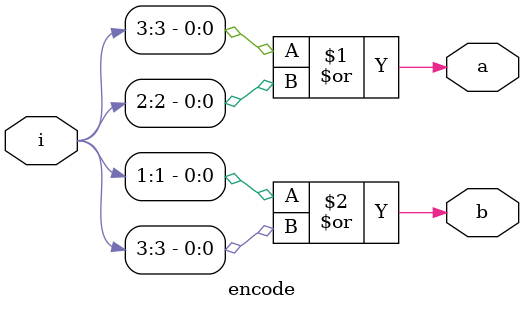
<source format=v>
module encode(i,a,b);
input [3:0]i;
output a,b;
assign a=i[3]|i[2];
assign b=i[1]|i[3];
endmodule

</source>
